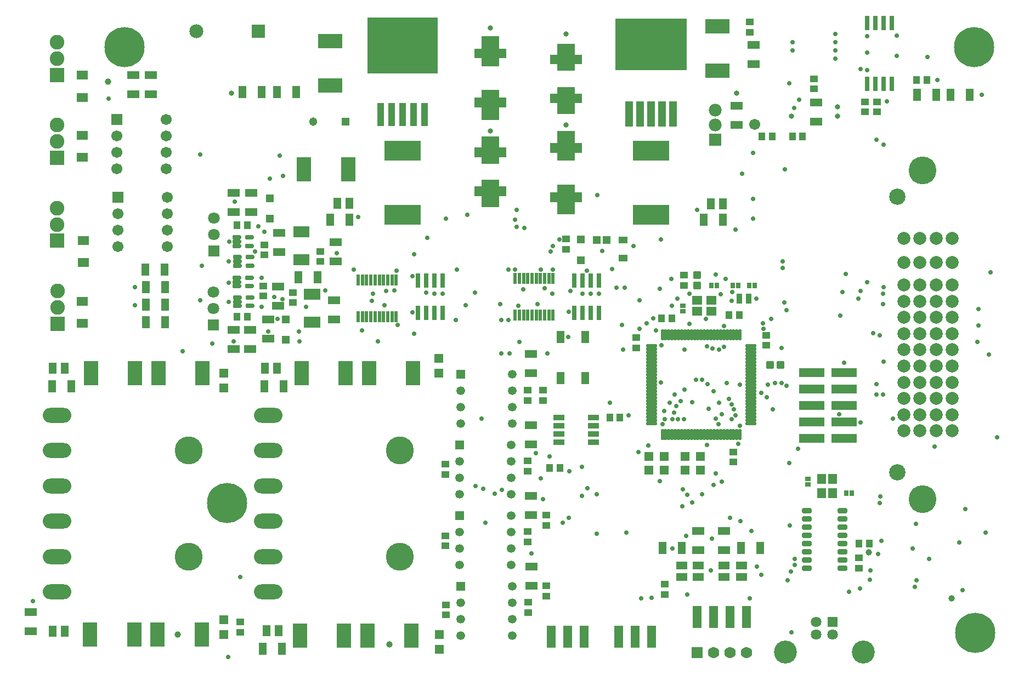
<source format=gbr>
%TF.GenerationSoftware,Altium Limited,Altium Designer,22.2.1 (43)*%
G04 Layer_Color=8388736*
%FSLAX44Y44*%
%MOMM*%
%TF.SameCoordinates,040CE2E0-B857-4D47-B26F-9B72162B56B4*%
%TF.FilePolarity,Negative*%
%TF.FileFunction,Soldermask,Top*%
%TF.Part,Single*%
G01*
G75*
%TA.AperFunction,SMDPad,CuDef*%
%ADD101R,1.1732X1.9332*%
%ADD104R,1.1832X1.1232*%
%ADD106R,1.1232X1.1832*%
%ADD108R,1.9332X1.1732*%
%ADD109R,1.3532X1.3532*%
G04:AMPARAMS|DCode=110|XSize=1.3932mm|YSize=0.6032mm|CornerRadius=0.1516mm|HoleSize=0mm|Usage=FLASHONLY|Rotation=180.000|XOffset=0mm|YOffset=0mm|HoleType=Round|Shape=RoundedRectangle|*
%AMROUNDEDRECTD110*
21,1,1.3932,0.3000,0,0,180.0*
21,1,1.0900,0.6032,0,0,180.0*
1,1,0.3032,-0.5450,0.1500*
1,1,0.3032,0.5450,0.1500*
1,1,0.3032,0.5450,-0.1500*
1,1,0.3032,-0.5450,-0.1500*
%
%ADD110ROUNDEDRECTD110*%
%TA.AperFunction,ComponentPad*%
%ADD115C,4.2926*%
%ADD116C,2.5146*%
%ADD117C,2.0066*%
%ADD118C,1.7632*%
%ADD119R,1.7632X1.7632*%
%ADD120C,2.1532*%
%ADD121R,2.1532X2.1532*%
%ADD122C,1.3432*%
%ADD123R,1.3432X1.3432*%
%ADD124C,4.3180*%
%ADD125O,4.3942X2.2987*%
%ADD126C,1.9732*%
%ADD127R,1.9732X1.9732*%
%ADD128C,1.8082*%
%ADD129R,1.8082X1.8082*%
%ADD130C,1.7018*%
%ADD131R,1.7018X1.7018*%
%ADD132R,1.3032X1.3032*%
%ADD133C,1.3032*%
%ADD134C,2.2582*%
%ADD135R,2.2582X2.2582*%
%ADD136R,1.6312X1.6312*%
%ADD137C,1.6312*%
%ADD138C,3.5492*%
%TA.AperFunction,ViaPad*%
%ADD139C,0.7032*%
%ADD140C,1.0032*%
%ADD141C,6.2032*%
%ADD142C,0.8032*%
%ADD143C,1.7032*%
%TA.AperFunction,SMDPad,CuDef*%
%ADD150R,0.5588X1.6764*%
G04:AMPARAMS|DCode=151|XSize=0.4832mm|YSize=1.7632mm|CornerRadius=0.1366mm|HoleSize=0mm|Usage=FLASHONLY|Rotation=270.000|XOffset=0mm|YOffset=0mm|HoleType=Round|Shape=RoundedRectangle|*
%AMROUNDEDRECTD151*
21,1,0.4832,1.4900,0,0,270.0*
21,1,0.2100,1.7632,0,0,270.0*
1,1,0.2732,-0.7450,-0.1050*
1,1,0.2732,-0.7450,0.1050*
1,1,0.2732,0.7450,0.1050*
1,1,0.2732,0.7450,-0.1050*
%
%ADD151ROUNDEDRECTD151*%
G04:AMPARAMS|DCode=152|XSize=1.7632mm|YSize=0.4832mm|CornerRadius=0.1366mm|HoleSize=0mm|Usage=FLASHONLY|Rotation=270.000|XOffset=0mm|YOffset=0mm|HoleType=Round|Shape=RoundedRectangle|*
%AMROUNDEDRECTD152*
21,1,1.7632,0.2100,0,0,270.0*
21,1,1.4900,0.4832,0,0,270.0*
1,1,0.2732,-0.1050,-0.7450*
1,1,0.2732,-0.1050,0.7450*
1,1,0.2732,0.1050,0.7450*
1,1,0.2732,0.1050,-0.7450*
%
%ADD152ROUNDEDRECTD152*%
%TA.AperFunction,ConnectorPad*%
%ADD153R,1.4732X3.3782*%
%TA.AperFunction,SMDPad,CuDef*%
%ADD154R,1.3032X1.6532*%
%ADD155R,1.4032X1.0032*%
%ADD156R,1.2932X1.2832*%
%ADD157R,1.2032X1.1732*%
%ADD158R,1.4732X3.3832*%
%ADD159R,1.2032X1.9032*%
%ADD160R,0.7620X2.1844*%
%ADD161R,0.4832X1.6732*%
%ADD162R,0.7732X2.2232*%
%ADD163R,5.6032X3.1032*%
%ADD164R,2.2032X3.8032*%
%ADD165R,3.8032X2.2032*%
%ADD166R,0.8432X0.8032*%
%ADD167R,0.8032X0.8432*%
G04:AMPARAMS|DCode=168|XSize=1.1432mm|YSize=1.2232mm|CornerRadius=0.1956mm|HoleSize=0mm|Usage=FLASHONLY|Rotation=270.000|XOffset=0mm|YOffset=0mm|HoleType=Round|Shape=RoundedRectangle|*
%AMROUNDEDRECTD168*
21,1,1.1432,0.8320,0,0,270.0*
21,1,0.7520,1.2232,0,0,270.0*
1,1,0.3912,-0.4160,-0.3760*
1,1,0.3912,-0.4160,0.3760*
1,1,0.3912,0.4160,0.3760*
1,1,0.3912,0.4160,-0.3760*
%
%ADD168ROUNDEDRECTD168*%
%ADD169R,0.9532X1.6032*%
G04:AMPARAMS|DCode=170|XSize=1.1432mm|YSize=1.2232mm|CornerRadius=0.1956mm|HoleSize=0mm|Usage=FLASHONLY|Rotation=180.000|XOffset=0mm|YOffset=0mm|HoleType=Round|Shape=RoundedRectangle|*
%AMROUNDEDRECTD170*
21,1,1.1432,0.8320,0,0,180.0*
21,1,0.7520,1.2232,0,0,180.0*
1,1,0.3912,-0.3760,0.4160*
1,1,0.3912,0.3760,0.4160*
1,1,0.3912,0.3760,-0.4160*
1,1,0.3912,-0.3760,-0.4160*
%
%ADD170ROUNDEDRECTD170*%
%ADD171R,3.8832X1.4732*%
%ADD172R,1.4032X1.6032*%
G04:AMPARAMS|DCode=173|XSize=1.5132mm|YSize=0.8232mm|CornerRadius=0.1791mm|HoleSize=0mm|Usage=FLASHONLY|Rotation=180.000|XOffset=0mm|YOffset=0mm|HoleType=Round|Shape=RoundedRectangle|*
%AMROUNDEDRECTD173*
21,1,1.5132,0.4650,0,0,180.0*
21,1,1.1550,0.8232,0,0,180.0*
1,1,0.3582,-0.5775,0.2325*
1,1,0.3582,0.5775,0.2325*
1,1,0.3582,0.5775,-0.2325*
1,1,0.3582,-0.5775,-0.2325*
%
%ADD173ROUNDEDRECTD173*%
%ADD174R,1.7632X0.8232*%
%ADD175R,1.1932X3.9932*%
%ADD176R,11.0432X8.0832*%
%ADD177R,1.1400X3.5400*%
%ADD178R,10.8400X8.7400*%
%ADD179R,1.7032X1.4532*%
%ADD180R,1.3532X1.3532*%
%ADD181R,1.6532X1.3032*%
%ADD182R,1.6032X1.4032*%
G36*
X974560Y996040D02*
Y1006040D01*
X1001560D01*
Y996040D01*
X1012560D01*
Y981040D01*
X1001560D01*
Y964040D01*
X974560D01*
Y981040D01*
X963560D01*
Y996040D01*
X974560D01*
D02*
G37*
G36*
Y1056040D02*
Y1073040D01*
X1001560D01*
Y1056040D01*
X1012560D01*
Y1041040D01*
X1001560D01*
Y1031040D01*
X974560D01*
Y1041040D01*
X963560D01*
Y1056040D01*
X974560D01*
D02*
G37*
G36*
X1091400Y986770D02*
Y998770D01*
X1118400D01*
Y986770D01*
X1129400D01*
Y971770D01*
X1118400D01*
Y952770D01*
X1091400D01*
Y971770D01*
X1080400D01*
Y986770D01*
X1091400D01*
D02*
G37*
G36*
Y1062770D02*
Y1081770D01*
X1118400D01*
Y1062770D01*
X1129400D01*
Y1047770D01*
X1118400D01*
Y1035770D01*
X1091400D01*
Y1047770D01*
X1080400D01*
Y1062770D01*
X1091400D01*
D02*
G37*
G36*
X974560Y1132920D02*
Y1144920D01*
X1001560D01*
Y1132920D01*
X1012560D01*
Y1117920D01*
X1001560D01*
Y1098920D01*
X974560D01*
Y1117920D01*
X963560D01*
Y1132920D01*
X974560D01*
D02*
G37*
G36*
Y1208920D02*
Y1227920D01*
X1001560D01*
Y1208920D01*
X1012560D01*
Y1193920D01*
X1001560D01*
Y1181920D01*
X974560D01*
Y1193920D01*
X963560D01*
Y1208920D01*
X974560D01*
D02*
G37*
G36*
X1091400Y1139550D02*
Y1149550D01*
X1118400D01*
Y1139550D01*
X1129400D01*
Y1124550D01*
X1118400D01*
Y1107550D01*
X1091400D01*
Y1124550D01*
X1080400D01*
Y1139550D01*
X1091400D01*
D02*
G37*
G36*
Y1199550D02*
Y1216550D01*
X1118400D01*
Y1199550D01*
X1129400D01*
Y1184550D01*
X1118400D01*
Y1174550D01*
X1091400D01*
Y1184550D01*
X1080400D01*
Y1199550D01*
X1091400D01*
D02*
G37*
D101*
X720920Y855980D02*
D03*
X691320D02*
D03*
X1698430Y1137920D02*
D03*
X1728030D02*
D03*
X1675960D02*
D03*
X1646360D02*
D03*
X740850Y944880D02*
D03*
X770450D02*
D03*
X1347030D02*
D03*
X1317430D02*
D03*
X658300Y1141730D02*
D03*
X687900D02*
D03*
X604960D02*
D03*
X634560D02*
D03*
X668410Y687070D02*
D03*
X638810D02*
D03*
X311590D02*
D03*
X341190D02*
D03*
X636710Y281940D02*
D03*
X666310D02*
D03*
X1404180Y436990D02*
D03*
X1374580D02*
D03*
X1253470Y436990D02*
D03*
X1283070D02*
D03*
X456370Y786130D02*
D03*
X485970D02*
D03*
Y840317D02*
D03*
X456370D02*
D03*
X485970Y813223D02*
D03*
X456370D02*
D03*
X455100Y867410D02*
D03*
X484700D02*
D03*
D104*
X1104900Y899030D02*
D03*
Y914530D02*
D03*
X683260Y831980D02*
D03*
Y816480D02*
D03*
X637540Y842140D02*
D03*
Y826640D02*
D03*
X725170Y879980D02*
D03*
Y895480D02*
D03*
X638810Y905640D02*
D03*
Y890140D02*
D03*
X1584960Y1111120D02*
D03*
Y1126620D02*
D03*
X1565910Y1111120D02*
D03*
Y1126620D02*
D03*
X1362710Y585600D02*
D03*
Y570100D02*
D03*
X1388110Y1249810D02*
D03*
Y1234310D02*
D03*
X1487170Y1146680D02*
D03*
Y1162180D02*
D03*
X1286510Y843150D02*
D03*
Y858650D02*
D03*
X1413510Y765940D02*
D03*
Y750440D02*
D03*
X1557020Y406270D02*
D03*
Y421770D02*
D03*
X601980Y307210D02*
D03*
Y322710D02*
D03*
X1045210Y556130D02*
D03*
Y571630D02*
D03*
X1074420Y472310D02*
D03*
Y487810D02*
D03*
X1045210Y462410D02*
D03*
Y446910D02*
D03*
X1046480Y353190D02*
D03*
Y337690D02*
D03*
X1074420Y363090D02*
D03*
Y378590D02*
D03*
X1257300Y381130D02*
D03*
Y365630D02*
D03*
X918210Y440690D02*
D03*
Y456190D02*
D03*
X1212850Y762130D02*
D03*
Y746630D02*
D03*
X1045210Y665350D02*
D03*
Y680850D02*
D03*
X1069340D02*
D03*
Y665350D02*
D03*
X919480Y333880D02*
D03*
Y349380D02*
D03*
X918210Y551180D02*
D03*
Y566680D02*
D03*
D106*
X1556890Y444500D02*
D03*
X1572390D02*
D03*
X1094870Y561340D02*
D03*
X1079370D02*
D03*
X612270Y935990D02*
D03*
X596770D02*
D03*
X1645920Y1160780D02*
D03*
X1661420D02*
D03*
X1454020Y1073150D02*
D03*
X1469520D02*
D03*
X1422530D02*
D03*
X1407030D02*
D03*
X1267590Y792480D02*
D03*
X1252090D02*
D03*
X1356230Y797560D02*
D03*
X1371730D02*
D03*
X1172080Y638810D02*
D03*
X1187580D02*
D03*
X596770Y795020D02*
D03*
X612270D02*
D03*
D108*
X746760Y819980D02*
D03*
Y790380D02*
D03*
X660400Y841570D02*
D03*
Y811970D02*
D03*
X749300Y909710D02*
D03*
Y880110D02*
D03*
X661670Y924120D02*
D03*
Y894520D02*
D03*
X1490980Y1126050D02*
D03*
Y1096450D02*
D03*
X1367790Y1120970D02*
D03*
Y1091370D02*
D03*
X1394460Y1185350D02*
D03*
Y1214950D02*
D03*
X1050290Y707390D02*
D03*
Y736990D02*
D03*
X645160Y790770D02*
D03*
Y761170D02*
D03*
X617220Y774260D02*
D03*
Y744660D02*
D03*
X591820D02*
D03*
Y774260D02*
D03*
X618490Y986350D02*
D03*
Y956750D02*
D03*
X591820Y986350D02*
D03*
Y956750D02*
D03*
X463550Y1138360D02*
D03*
Y1167960D02*
D03*
X436880Y1138360D02*
D03*
Y1167960D02*
D03*
X278130Y338650D02*
D03*
Y309050D02*
D03*
X1050290Y597340D02*
D03*
Y626940D02*
D03*
Y488120D02*
D03*
Y517720D02*
D03*
X1051560Y378900D02*
D03*
Y408500D02*
D03*
X1348280Y463220D02*
D03*
Y433620D02*
D03*
X1308910Y463220D02*
D03*
Y433620D02*
D03*
D109*
X1312230Y557530D02*
D03*
X1288730D02*
D03*
Y579120D02*
D03*
X1312230D02*
D03*
X1232530D02*
D03*
X1256030D02*
D03*
Y557530D02*
D03*
X1232530D02*
D03*
D110*
X616660Y824380D02*
D03*
Y811380D02*
D03*
X597460D02*
D03*
Y817880D02*
D03*
Y824380D02*
D03*
X616100Y854860D02*
D03*
Y841860D02*
D03*
X596900D02*
D03*
Y848360D02*
D03*
Y854860D02*
D03*
X616660Y886610D02*
D03*
Y873610D02*
D03*
X597460D02*
D03*
Y880110D02*
D03*
Y886610D02*
D03*
X616100Y917240D02*
D03*
Y904240D02*
D03*
X596900D02*
D03*
Y910740D02*
D03*
Y917240D02*
D03*
D115*
X1654556Y1021080D02*
D03*
Y513080D02*
D03*
D116*
X1616202Y979932D02*
D03*
Y553974D02*
D03*
D117*
X1701038Y915416D02*
D03*
X1676146D02*
D03*
X1651000D02*
D03*
X1626108D02*
D03*
X1701038Y878586D02*
D03*
X1676146D02*
D03*
X1651000D02*
D03*
X1626108D02*
D03*
X1701038Y843534D02*
D03*
X1676146D02*
D03*
X1651000D02*
D03*
X1626108D02*
D03*
X1701038Y818388D02*
D03*
X1676146D02*
D03*
X1651000D02*
D03*
X1626108D02*
D03*
X1701038Y793496D02*
D03*
X1676146D02*
D03*
X1651000D02*
D03*
X1626108D02*
D03*
X1701038Y768604D02*
D03*
X1676146D02*
D03*
X1651000D02*
D03*
X1626108D02*
D03*
X1701038Y743458D02*
D03*
X1676146D02*
D03*
X1651000D02*
D03*
X1626108D02*
D03*
X1701038Y718566D02*
D03*
X1676146D02*
D03*
X1651000D02*
D03*
X1626108D02*
D03*
X1701038Y693420D02*
D03*
X1676146D02*
D03*
X1651000D02*
D03*
X1626108D02*
D03*
X1701038Y668528D02*
D03*
X1676146D02*
D03*
X1651000D02*
D03*
X1626108D02*
D03*
X1701038Y643382D02*
D03*
X1676146D02*
D03*
X1651000D02*
D03*
X1626108D02*
D03*
X1701038Y618490D02*
D03*
X1676146D02*
D03*
X1651000D02*
D03*
X1626108D02*
D03*
D118*
X1383030Y275590D02*
D03*
X1357630D02*
D03*
X1332230D02*
D03*
D119*
X1306830D02*
D03*
D120*
X534010Y1235710D02*
D03*
D121*
X629310D02*
D03*
D122*
X1021410Y706120D02*
D03*
Y680720D02*
D03*
Y655320D02*
D03*
Y629920D02*
D03*
X942010D02*
D03*
Y655320D02*
D03*
Y680720D02*
D03*
X1020140Y596900D02*
D03*
Y571500D02*
D03*
Y546100D02*
D03*
Y520700D02*
D03*
X940740D02*
D03*
Y546100D02*
D03*
Y571500D02*
D03*
Y462280D02*
D03*
Y436880D02*
D03*
Y411480D02*
D03*
X1020140D02*
D03*
Y436880D02*
D03*
Y462280D02*
D03*
Y487680D02*
D03*
X942010Y353060D02*
D03*
Y327660D02*
D03*
Y302260D02*
D03*
X1021410D02*
D03*
Y327660D02*
D03*
Y353060D02*
D03*
Y378460D02*
D03*
D123*
X942010Y706120D02*
D03*
X940740Y596900D02*
D03*
Y487680D02*
D03*
X942010Y378460D02*
D03*
D124*
X848360Y588010D02*
D03*
Y424180D02*
D03*
X521970Y588010D02*
D03*
Y424180D02*
D03*
D125*
X645160Y533400D02*
D03*
Y588010D02*
D03*
Y642620D02*
D03*
Y369570D02*
D03*
Y424180D02*
D03*
Y478790D02*
D03*
X318770Y533400D02*
D03*
Y588010D02*
D03*
Y642620D02*
D03*
Y478790D02*
D03*
Y424180D02*
D03*
Y369570D02*
D03*
D126*
X1334770Y1113730D02*
D03*
Y1090930D02*
D03*
D127*
Y1068130D02*
D03*
D128*
X560070Y833120D02*
D03*
Y807720D02*
D03*
X561340Y947420D02*
D03*
Y922020D02*
D03*
D129*
X560070Y782320D02*
D03*
X561340Y896620D02*
D03*
D130*
X488950Y979170D02*
D03*
Y953770D02*
D03*
Y928370D02*
D03*
Y902970D02*
D03*
X412750D02*
D03*
Y928370D02*
D03*
Y953770D02*
D03*
X487680Y1099820D02*
D03*
Y1074420D02*
D03*
Y1049020D02*
D03*
Y1023620D02*
D03*
X411480D02*
D03*
Y1049020D02*
D03*
Y1074420D02*
D03*
D131*
X412750Y979170D02*
D03*
X411480Y1099820D02*
D03*
D132*
X764140Y1096010D02*
D03*
D133*
X714140D02*
D03*
D134*
X320040Y834340D02*
D03*
Y808990D02*
D03*
X318770Y962594D02*
D03*
Y937243D02*
D03*
Y1090847D02*
D03*
Y1065497D02*
D03*
Y1219100D02*
D03*
Y1193750D02*
D03*
D135*
X320040Y783640D02*
D03*
X318770Y911893D02*
D03*
Y1040147D02*
D03*
Y1168400D02*
D03*
D136*
X1515670Y323166D02*
D03*
D137*
X1490670D02*
D03*
Y303165D02*
D03*
X1515670D02*
D03*
D138*
X1442970Y276066D02*
D03*
X1563370D02*
D03*
D139*
X824230Y812800D02*
D03*
X1559560Y834390D02*
D03*
X1593850Y814070D02*
D03*
X1249680Y838200D02*
D03*
X1243330Y773430D02*
D03*
X1217930Y775970D02*
D03*
X1229360Y784860D02*
D03*
X1217930Y820420D02*
D03*
X1239520Y792480D02*
D03*
X1336040Y859790D02*
D03*
X1250950Y693420D02*
D03*
X1591310Y448310D02*
D03*
X1573530Y388620D02*
D03*
X1558290Y374650D02*
D03*
X1569542Y848327D02*
D03*
X1643380Y377190D02*
D03*
X1541780Y369570D02*
D03*
X1717040Y372110D02*
D03*
X1757680Y736600D02*
D03*
X1390650Y463550D02*
D03*
X1526540Y643890D02*
D03*
X1449070Y568960D02*
D03*
X1593850Y830580D02*
D03*
X1770380Y608330D02*
D03*
X1534160Y723900D02*
D03*
X1645920Y387350D02*
D03*
X1527810Y796290D02*
D03*
X1595120Y725170D02*
D03*
X1583690Y690880D02*
D03*
Y674370D02*
D03*
X1593850D02*
D03*
X1586230Y427990D02*
D03*
X1590040Y516890D02*
D03*
X1588770Y506730D02*
D03*
X1574800Y402590D02*
D03*
X1291590Y365760D02*
D03*
X1438910Y869950D02*
D03*
Y880110D02*
D03*
X1442720Y1022350D02*
D03*
X1445260Y805180D02*
D03*
X1441450Y816610D02*
D03*
X1437640Y746760D02*
D03*
X1609090Y637540D02*
D03*
X1450340Y472440D02*
D03*
X1463040Y590550D02*
D03*
X1295400Y783590D02*
D03*
X1306830Y960120D02*
D03*
X1250950Y914400D02*
D03*
X1084580Y904240D02*
D03*
X1094740Y914400D02*
D03*
X890270Y916940D02*
D03*
X919480Y946150D02*
D03*
X1153160Y982980D02*
D03*
X1108710Y802640D02*
D03*
X867410Y801370D02*
D03*
X843280Y866140D02*
D03*
X1366520Y929640D02*
D03*
X1107690Y763020D02*
D03*
X1195070Y839470D02*
D03*
X1083310Y830580D02*
D03*
X1136650Y866140D02*
D03*
X1110955Y834040D02*
D03*
X1025865Y867060D02*
D03*
X1031240Y811530D02*
D03*
X1017270Y737870D02*
D03*
X1271270Y646430D02*
D03*
X1004570Y737870D02*
D03*
X1256030Y648970D02*
D03*
X1201420Y642620D02*
D03*
X1060450Y814070D02*
D03*
X963930Y831850D02*
D03*
X839470Y835660D02*
D03*
X867410Y857250D02*
D03*
X949960Y812800D02*
D03*
X844255Y781970D02*
D03*
X1004570Y789940D02*
D03*
X1084580Y867410D02*
D03*
X1071626Y838454D02*
D03*
X1065530Y867410D02*
D03*
X1421130Y791210D02*
D03*
X1287780Y744220D02*
D03*
X1323340Y690880D02*
D03*
X1252220Y750570D02*
D03*
X1372870Y689610D02*
D03*
X826770Y834390D02*
D03*
X806450Y830580D02*
D03*
X1003300Y814070D02*
D03*
X1038860Y836930D02*
D03*
X1192530Y744220D02*
D03*
X1595120Y840740D02*
D03*
X1578610Y769620D02*
D03*
X1588770Y765810D02*
D03*
X804797Y819027D02*
D03*
X914400Y830580D02*
D03*
X901700D02*
D03*
X889000Y831850D02*
D03*
X1155700Y830580D02*
D03*
X1143000D02*
D03*
X1130300D02*
D03*
X1341120Y744220D02*
D03*
X1348740Y748030D02*
D03*
X1330960Y745490D02*
D03*
X1322070Y749300D02*
D03*
X1388110Y359410D02*
D03*
X1452880Y307340D02*
D03*
X1272540Y674370D02*
D03*
X1160780Y896620D02*
D03*
X1080770Y895350D02*
D03*
X869950Y891540D02*
D03*
X789940Y773430D02*
D03*
X869950Y768350D02*
D03*
X1032510Y755650D02*
D03*
X1065530Y544830D02*
D03*
X1287780Y681990D02*
D03*
X1069340Y513080D02*
D03*
X1051560Y429260D02*
D03*
X1264920Y661670D02*
D03*
X974090Y637540D02*
D03*
X1220470Y359410D02*
D03*
X1236980Y360680D02*
D03*
X1257300Y636270D02*
D03*
X1253490Y628650D02*
D03*
X1366520Y642620D02*
D03*
X1363980Y651510D02*
D03*
X1360170Y659130D02*
D03*
X1151890Y459740D02*
D03*
Y520700D02*
D03*
X1356360Y668020D02*
D03*
X1569720Y1176020D02*
D03*
X1520190Y1206500D02*
D03*
X1414780Y670560D02*
D03*
X1416050Y689610D02*
D03*
X1437640Y692150D02*
D03*
X1569720Y1202690D02*
D03*
X1520190Y1219200D02*
D03*
X1427480Y692150D02*
D03*
X1231900Y595630D02*
D03*
X1341120Y661670D02*
D03*
X1249360Y540700D02*
D03*
X1352550Y692150D02*
D03*
X1348180Y780490D02*
D03*
X1600200Y1127760D02*
D03*
X1520190Y1193800D02*
D03*
X1398270Y822960D02*
D03*
X1360170Y819150D02*
D03*
X1276350Y822960D02*
D03*
X1209040Y904240D02*
D03*
X647700Y1008380D02*
D03*
X980440Y476250D02*
D03*
X1099820D02*
D03*
X1299210Y508000D02*
D03*
X1314450Y520700D02*
D03*
Y697230D02*
D03*
X1305560D02*
D03*
X1328420Y402590D02*
D03*
X1268730Y636270D02*
D03*
X1285240Y528320D02*
D03*
X1277620Y636270D02*
D03*
X1286510D02*
D03*
X1291590Y519430D02*
D03*
X1322070Y596900D02*
D03*
X1329690Y452120D02*
D03*
X1005840Y527050D02*
D03*
X668020Y1012190D02*
D03*
X1108710Y483870D02*
D03*
X1283970Y501650D02*
D03*
X1040130Y932180D02*
D03*
X994410Y521129D02*
D03*
X1290320Y455930D02*
D03*
X1332230Y534670D02*
D03*
X1275080Y656590D02*
D03*
X1028700Y933450D02*
D03*
X976630Y529022D02*
D03*
X662940Y1043940D02*
D03*
X1357630Y483870D02*
D03*
X1344930Y539750D02*
D03*
X1281430Y664210D02*
D03*
X1026160Y944880D02*
D03*
X965200Y533400D02*
D03*
X398780Y1131570D02*
D03*
X1374140Y478790D02*
D03*
X1299210Y662940D02*
D03*
X1028700Y960120D02*
D03*
X1336040Y552450D02*
D03*
X1332230Y679450D02*
D03*
X1451610Y401320D02*
D03*
X1324610Y652780D02*
D03*
X1423670Y651510D02*
D03*
X1336040Y637540D02*
D03*
X1339850Y628650D02*
D03*
X1344930Y643890D02*
D03*
X1360170Y636270D02*
D03*
X1372870Y626110D02*
D03*
X1370330Y598170D02*
D03*
X1182370Y839470D02*
D03*
X1191260Y782320D02*
D03*
X1109980Y556260D02*
D03*
X952050Y952530D02*
D03*
X1445260Y688340D02*
D03*
X542290Y873760D02*
D03*
X539750Y820420D02*
D03*
X1172210Y661670D02*
D03*
X1075690Y737870D02*
D03*
X1295400Y830580D02*
D03*
X1320800Y791210D02*
D03*
X1361440Y833120D02*
D03*
X1343660Y829310D02*
D03*
X635000Y854710D02*
D03*
X645160Y772160D02*
D03*
X692150D02*
D03*
X1399540Y408940D02*
D03*
X1457960Y420370D02*
D03*
X1559560Y631190D02*
D03*
X814070Y756920D02*
D03*
X1405890Y396240D02*
D03*
X1457942Y410772D02*
D03*
X558800Y753110D02*
D03*
X1267460Y853440D02*
D03*
X1267590Y811660D02*
D03*
X1197610Y461010D02*
D03*
X1268730Y436880D02*
D03*
X1216660Y585470D02*
D03*
X1752600Y461010D02*
D03*
X1711960Y445770D02*
D03*
X1720850Y497840D02*
D03*
X1644650Y474980D02*
D03*
X1639570Y436880D02*
D03*
X593090Y972820D02*
D03*
X629920Y934720D02*
D03*
X750570Y892810D02*
D03*
X1409700Y775970D02*
D03*
X1408430Y784860D02*
D03*
X539750Y1045210D02*
D03*
X1393190Y1047750D02*
D03*
X1464310Y1130300D02*
D03*
X1583690Y1068070D02*
D03*
X1595120Y1060450D02*
D03*
X1741170Y806450D02*
D03*
Y781050D02*
D03*
X1739900Y755650D02*
D03*
X1555750Y822960D02*
D03*
X1531620Y833120D02*
D03*
X1615440Y1229360D02*
D03*
Y1197610D02*
D03*
X1559560Y1177290D02*
D03*
X1662430Y1196340D02*
D03*
X1351280Y853440D02*
D03*
X1137920Y529590D02*
D03*
X1129030Y562610D02*
D03*
Y518160D02*
D03*
X1664970Y420370D02*
D03*
X1673860Y594360D02*
D03*
X1760220Y863600D02*
D03*
X1456690Y1117600D02*
D03*
X1536700Y861060D02*
D03*
X1393190Y946150D02*
D03*
Y976630D02*
D03*
X1376680Y1016000D02*
D03*
X1405890Y676910D02*
D03*
X1446530Y387350D02*
D03*
X513080Y741680D02*
D03*
X281940Y355600D02*
D03*
X582930Y269240D02*
D03*
X777240Y867410D02*
D03*
X1016000Y789940D02*
D03*
X934720D02*
D03*
X935990Y867410D02*
D03*
X1016000D02*
D03*
X1176020Y868680D02*
D03*
X1079500Y579120D02*
D03*
X1057910Y584200D02*
D03*
X783590Y948690D02*
D03*
X703580Y810260D02*
D03*
X732790Y835660D02*
D03*
X659130Y791210D02*
D03*
X666750Y821690D02*
D03*
X654050Y825500D02*
D03*
X624840Y895350D02*
D03*
X638810Y925830D02*
D03*
X634730Y810260D02*
D03*
X584200Y817880D02*
D03*
Y847090D02*
D03*
X584350Y910740D02*
D03*
X584200Y880110D02*
D03*
X693420Y756920D02*
D03*
X591820D02*
D03*
X601980Y392430D02*
D03*
X439420Y812800D02*
D03*
Y840740D02*
D03*
X1449070Y1155700D02*
D03*
X1454150Y1206500D02*
D03*
Y1219200D02*
D03*
X1746250Y1137920D02*
D03*
X1677670Y1160780D02*
D03*
X1520190Y1231900D02*
D03*
X1569720Y1228090D02*
D03*
D140*
X1572260Y430530D02*
D03*
X1699647Y359410D02*
D03*
X397510Y1158240D02*
D03*
X831611Y288529D02*
D03*
X505460Y303530D02*
D03*
D141*
X581660Y506730D02*
D03*
X422910Y1211580D02*
D03*
X1734820D02*
D03*
X1736090Y306070D02*
D03*
D142*
X1524000Y1118870D02*
D03*
Y1104900D02*
D03*
X1452880D02*
D03*
X1367790Y1140460D02*
D03*
X588010D02*
D03*
X988060Y1082040D02*
D03*
X1104900Y1090930D02*
D03*
X988060Y1240790D02*
D03*
X1104900Y1231900D02*
D03*
D143*
X1395730Y1092200D02*
D03*
D150*
X783844Y851408D02*
D03*
X790194D02*
D03*
X796798D02*
D03*
X803402D02*
D03*
X809752D02*
D03*
X816356D02*
D03*
X822706D02*
D03*
X829310D02*
D03*
X835914D02*
D03*
X842264D02*
D03*
Y795020D02*
D03*
X835914D02*
D03*
X829310D02*
D03*
X822706D02*
D03*
X816356D02*
D03*
X809752D02*
D03*
X803402D02*
D03*
X796798D02*
D03*
X790194D02*
D03*
X783844D02*
D03*
X1026160Y797306D02*
D03*
X1032510D02*
D03*
X1039114D02*
D03*
X1045718D02*
D03*
X1052068D02*
D03*
X1058672D02*
D03*
X1065022D02*
D03*
X1071626D02*
D03*
X1078230D02*
D03*
X1084580D02*
D03*
Y853694D02*
D03*
X1078230D02*
D03*
X1071626D02*
D03*
X1065022D02*
D03*
X1058672D02*
D03*
X1052068D02*
D03*
X1045718D02*
D03*
X1039114D02*
D03*
X1032510D02*
D03*
X1026160D02*
D03*
D151*
X1236380Y749610D02*
D03*
Y744610D02*
D03*
Y739610D02*
D03*
Y734610D02*
D03*
Y729610D02*
D03*
Y724610D02*
D03*
Y719610D02*
D03*
Y714610D02*
D03*
Y709610D02*
D03*
Y704610D02*
D03*
Y699610D02*
D03*
Y694610D02*
D03*
Y689610D02*
D03*
Y684610D02*
D03*
Y679610D02*
D03*
Y674610D02*
D03*
Y669610D02*
D03*
Y664610D02*
D03*
Y659610D02*
D03*
Y654610D02*
D03*
Y649610D02*
D03*
Y644610D02*
D03*
Y639610D02*
D03*
Y634610D02*
D03*
Y629610D02*
D03*
X1389980D02*
D03*
Y634610D02*
D03*
Y639610D02*
D03*
Y644610D02*
D03*
Y649610D02*
D03*
Y654610D02*
D03*
Y659610D02*
D03*
Y664610D02*
D03*
Y669610D02*
D03*
Y674610D02*
D03*
Y679610D02*
D03*
Y684610D02*
D03*
Y689610D02*
D03*
Y694610D02*
D03*
Y699610D02*
D03*
Y704610D02*
D03*
Y709610D02*
D03*
Y714610D02*
D03*
Y719610D02*
D03*
Y724610D02*
D03*
Y729610D02*
D03*
Y734610D02*
D03*
Y739610D02*
D03*
Y744610D02*
D03*
Y749610D02*
D03*
D152*
X1373180Y766410D02*
D03*
X1368180D02*
D03*
X1363180D02*
D03*
X1358180D02*
D03*
X1353180D02*
D03*
X1348180D02*
D03*
X1343180D02*
D03*
X1338180D02*
D03*
X1333180D02*
D03*
X1328180D02*
D03*
X1323180D02*
D03*
X1318180D02*
D03*
X1313180D02*
D03*
X1308180D02*
D03*
X1303180D02*
D03*
X1298180D02*
D03*
X1293180D02*
D03*
X1288180D02*
D03*
X1283180D02*
D03*
X1278180D02*
D03*
X1273180D02*
D03*
X1268180D02*
D03*
X1263180D02*
D03*
X1258180D02*
D03*
X1253180D02*
D03*
Y612810D02*
D03*
X1258180D02*
D03*
X1263180D02*
D03*
X1268180D02*
D03*
X1273180D02*
D03*
X1278180D02*
D03*
X1283180D02*
D03*
X1288180D02*
D03*
X1293180D02*
D03*
X1298180D02*
D03*
X1303180D02*
D03*
X1308180D02*
D03*
X1313180D02*
D03*
X1318180D02*
D03*
X1323180D02*
D03*
X1328180D02*
D03*
X1333180D02*
D03*
X1338180D02*
D03*
X1343180D02*
D03*
X1348180D02*
D03*
X1353180D02*
D03*
X1358180D02*
D03*
X1363180D02*
D03*
X1368180D02*
D03*
X1373180D02*
D03*
D153*
X1383030Y330700D02*
D03*
X1357630D02*
D03*
X1332230D02*
D03*
X1306830D02*
D03*
D154*
X1328310Y969010D02*
D03*
X1346310D02*
D03*
X769730Y970280D02*
D03*
X751730D02*
D03*
X639970Y715010D02*
D03*
X657970D02*
D03*
X312310D02*
D03*
X330310D02*
D03*
X330420Y308610D02*
D03*
X312420D02*
D03*
X660510Y309880D02*
D03*
X642510D02*
D03*
D155*
X1192530Y885190D02*
D03*
Y913190D02*
D03*
D156*
X1127760Y882140D02*
D03*
Y913640D02*
D03*
X671830Y758950D02*
D03*
Y790450D02*
D03*
X647700Y977650D02*
D03*
Y946150D02*
D03*
D157*
X1166860Y913130D02*
D03*
X1152160D02*
D03*
D158*
X1186180Y300450D02*
D03*
X1211580D02*
D03*
X1236980D02*
D03*
X1132840D02*
D03*
X1107440D02*
D03*
X1082040D02*
D03*
D159*
X1134060Y763020D02*
D03*
Y700020D02*
D03*
X1096060D02*
D03*
Y763020D02*
D03*
D160*
X1155700Y800862D02*
D03*
X1143000D02*
D03*
X1130300D02*
D03*
X1117600D02*
D03*
Y850138D02*
D03*
X1130300D02*
D03*
X1143000D02*
D03*
X1155700D02*
D03*
X876300D02*
D03*
X889000D02*
D03*
X901700D02*
D03*
X914400D02*
D03*
Y800862D02*
D03*
X901700D02*
D03*
X889000D02*
D03*
X876300D02*
D03*
D161*
X702470Y829220D02*
D03*
X707470D02*
D03*
X712470D02*
D03*
X717470D02*
D03*
X722470D02*
D03*
Y786220D02*
D03*
X717470D02*
D03*
X712470D02*
D03*
X707470D02*
D03*
X702470D02*
D03*
X705960Y882740D02*
D03*
X700960D02*
D03*
X695960D02*
D03*
X690960D02*
D03*
X685960D02*
D03*
Y925740D02*
D03*
X690960D02*
D03*
X695960D02*
D03*
X700960D02*
D03*
X705960D02*
D03*
D162*
X1569720Y1248220D02*
D03*
X1582420D02*
D03*
X1595120D02*
D03*
X1607820D02*
D03*
Y1154620D02*
D03*
X1595120D02*
D03*
X1582420D02*
D03*
X1569720D02*
D03*
D163*
X852170Y1051530D02*
D03*
Y952530D02*
D03*
X1235710Y1051530D02*
D03*
Y952530D02*
D03*
D164*
X768060Y1022350D02*
D03*
X700060D02*
D03*
X543270Y707390D02*
D03*
X475270D02*
D03*
X371130D02*
D03*
X439130D02*
D03*
X797850Y302260D02*
D03*
X865850D02*
D03*
X761710D02*
D03*
X693710D02*
D03*
X474000Y303530D02*
D03*
X542000D02*
D03*
X437860D02*
D03*
X369860D02*
D03*
X696250Y707390D02*
D03*
X764250D02*
D03*
X800630D02*
D03*
X868630D02*
D03*
D165*
X1338580Y1243040D02*
D03*
Y1175040D02*
D03*
X740410Y1152180D02*
D03*
Y1220180D02*
D03*
D166*
X1285240Y803460D02*
D03*
Y811980D02*
D03*
X1478280Y544010D02*
D03*
Y535490D02*
D03*
D167*
X1329240Y843280D02*
D03*
X1337760D02*
D03*
X1370780D02*
D03*
X1362260D02*
D03*
X1387660D02*
D03*
X1396180D02*
D03*
X1537520Y521970D02*
D03*
X1546040D02*
D03*
D168*
X1306830Y858800D02*
D03*
Y843000D02*
D03*
D169*
X1386470Y822960D02*
D03*
X1371970D02*
D03*
D170*
X1435380Y720090D02*
D03*
X1419580D02*
D03*
D171*
X1533510Y607060D02*
D03*
X1484010D02*
D03*
X1533510Y632460D02*
D03*
X1484010D02*
D03*
X1533510Y657860D02*
D03*
X1484010D02*
D03*
X1533510Y683260D02*
D03*
X1484010D02*
D03*
X1533510Y708660D02*
D03*
X1484010D02*
D03*
D172*
X1498990Y544400D02*
D03*
Y522400D02*
D03*
X1515990D02*
D03*
Y544400D02*
D03*
D173*
X1476180Y406400D02*
D03*
Y419100D02*
D03*
X1531180Y495300D02*
D03*
X1476180Y482600D02*
D03*
X1531180D02*
D03*
Y457200D02*
D03*
X1476180Y495300D02*
D03*
X1531180Y469900D02*
D03*
X1476180D02*
D03*
Y457200D02*
D03*
Y431800D02*
D03*
X1531180Y444500D02*
D03*
Y431800D02*
D03*
Y406400D02*
D03*
X1476180Y444500D02*
D03*
X1531180Y419100D02*
D03*
D174*
X1147070Y638810D02*
D03*
Y626110D02*
D03*
Y613410D02*
D03*
Y600710D02*
D03*
X1093470D02*
D03*
Y613410D02*
D03*
Y626110D02*
D03*
Y638810D02*
D03*
D175*
X1201710Y1108210D02*
D03*
X1218710D02*
D03*
X1235710D02*
D03*
X1252710D02*
D03*
X1269710D02*
D03*
D176*
X1235710Y1215710D02*
D03*
D177*
X818170Y1107440D02*
D03*
X835170D02*
D03*
X852170D02*
D03*
X869170D02*
D03*
X886170D02*
D03*
D178*
X852170Y1213440D02*
D03*
D179*
X358140Y1167870D02*
D03*
Y1133370D02*
D03*
Y1040660D02*
D03*
Y1075160D02*
D03*
X359410Y912600D02*
D03*
Y878100D02*
D03*
X358140Y818620D02*
D03*
Y784120D02*
D03*
D180*
X576580Y684210D02*
D03*
Y707710D02*
D03*
X909320Y280350D02*
D03*
Y303850D02*
D03*
X576580Y303210D02*
D03*
Y326710D02*
D03*
X908050Y707070D02*
D03*
Y730570D02*
D03*
D181*
X1375410Y410430D02*
D03*
Y392430D02*
D03*
X1348741Y410430D02*
D03*
Y392430D02*
D03*
X1308910Y410430D02*
D03*
Y392430D02*
D03*
X1283510Y410320D02*
D03*
Y392320D02*
D03*
D182*
X1329260Y820030D02*
D03*
X1307260D02*
D03*
Y803030D02*
D03*
X1329260D02*
D03*
%TF.MD5,2e833bc7d8c11971394832f74ed4e77b*%
M02*

</source>
